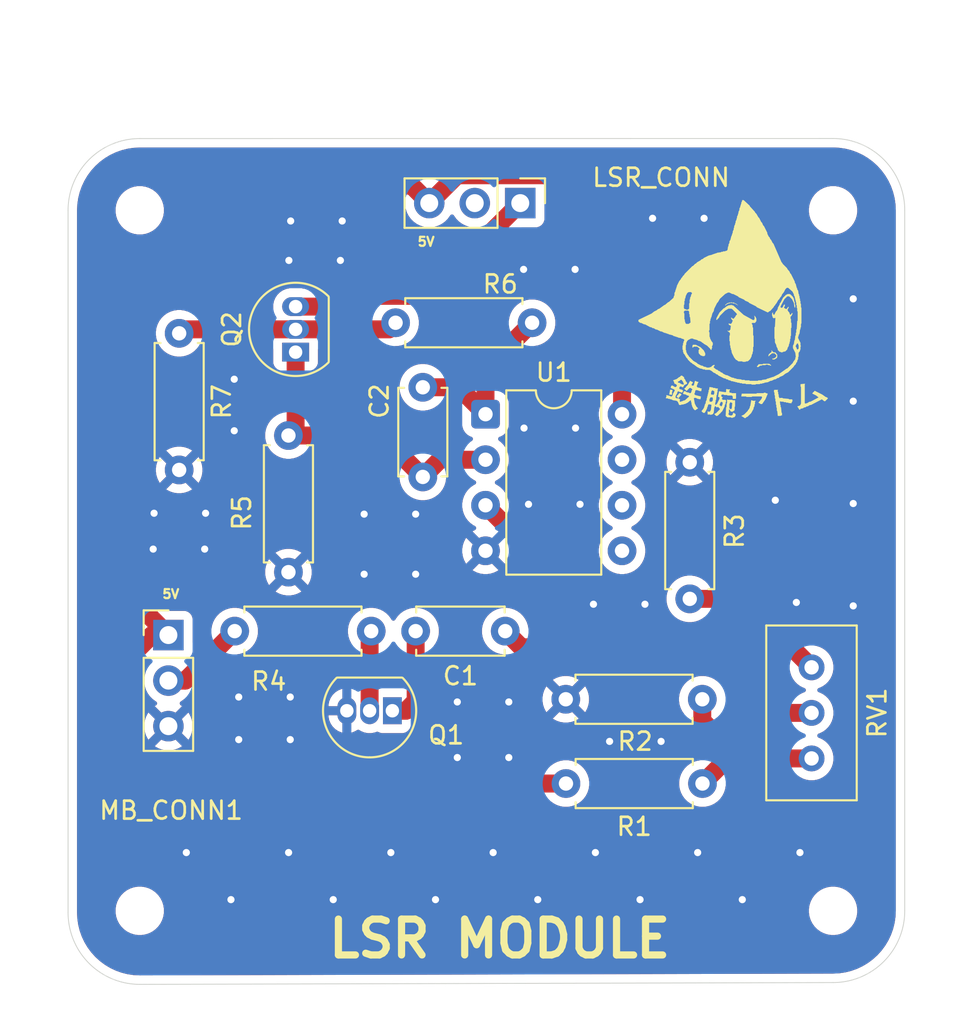
<source format=kicad_pcb>
(kicad_pcb (version 20241229) (generator "pcbnew") (generator_version "9.0")
  (layers (0 "F.Cu" signal) (2 "B.Cu" signal) (13 "F.Paste" user) (15 "B.Paste" user) (5 "F.SilkS" user "F.Silkscreen") (7 "B.SilkS" user "B.Silkscreen") (1 "F.Mask" user) (3 "B.Mask" user) (25 "Edge.Cuts" user))
  (net 0 "")
  (net 1 "/V_ref")
  (net 2 "Net-(Q1-C)")
  (net 3 "Net-(Q2-S)")
  (net 4 "Net-(C2-Pad2)")
  (net 5 "Net-(LSR_CONN1-Pin_1)")
  (net 6 "/5V_SUPPLY")
  (net 8 "GND")
  (net 9 "/3.3V_SUPPLY")
  (net 10 "Net-(Q1-B)")
  (net 11 "Net-(Q2-G)")
  (net 12 "Net-(R1-Pad2)")
  (net 13 "Net-(R3-Pad1)")
  (footprint "Connector_PinHeader_2.54mm:PinHeader_1x03_P2.54mm_Vertical" (layer "F.Cu") (at 181.6 82.32)
    (property "Reference" "MB_CONN1" (at 0.15 9.78 0) (layer "F.SilkS"))
    (property "Value" "Conn_01x03_Pin")
    (pad "1" thru_hole rect (at 0 0) (size 1.7 1.7) (drill 1) (layers "*.Cu" "*.Mask") (net 6 "/5V_SUPPLY"))
    (pad "2" thru_hole circle (at 0 2.54) (size 1.7 1.7) (drill 1) (layers "*.Cu" "*.Mask") (net 9 "/3.3V_SUPPLY"))
    (pad "3" thru_hole circle (at 0 5.08) (size 1.7 1.7) (drill 1) (layers "*.Cu" "*.Mask") (net 8 "GND"))
  )
  (footprint "Resistor_THT:R_Axial_DIN0207_L6.3mm_D2.5mm_P7.62mm_Horizontal" (layer "F.Cu") (at 194.28 64.9)
    (property "Reference" "R6" (at 5.845 -2.15 0) (layer "F.SilkS"))
    (property "Value" "100")
    (pad "1" thru_hole circle (at 0 0) (size 1.6 1.6) (drill 0.8) (layers "*.Cu" "*.Mask") (net 11 "Net-(Q2-G)"))
    (pad "2" thru_hole circle (at 7.62 0) (size 1.6 1.6) (drill 0.8) (layers "*.Cu" "*.Mask") (net 4 "Net-(C2-Pad2)"))
  )
  (footprint "Package_TO_SOT_THT:TO-92_Inline" (layer "F.Cu") (at 194.1 86.54 180)
    (property "Reference" "Q1" (at -3 -1.36 0) (layer "F.SilkS"))
    (property "Value" "BC548")
    (pad "1" thru_hole rect (at 0 0 180) (size 1.05 1.5) (drill 0.75) (layers "*.Cu" "*.Mask") (net 2 "Net-(Q1-C)"))
    (pad "2" thru_hole oval (at 1.27 0 180) (size 1.05 1.5) (drill 0.75) (layers "*.Cu" "*.Mask") (net 10 "Net-(Q1-B)"))
    (pad "3" thru_hole oval (at 2.54 0 180) (size 1.05 1.5) (drill 0.75) (layers "*.Cu" "*.Mask") (net 8 "GND"))
  )
  (footprint "Potentiometer_THT:Potentiometer_Bourns_3296W_Vertical" (layer "F.Cu") (at 217.5 89.2 -90)
    (property "Reference" "RV1" (at -2.54 -3.66 90) (layer "F.SilkS"))
    (property "Value" "R_Potentiometer")
    (pad "1" thru_hole circle (at 0 0 270) (size 1.44 1.44) (drill 0.8) (layers "*.Cu" "*.Mask") (net 12 "Net-(R1-Pad2)"))
    (pad "2" thru_hole circle (at -2.54 0 270) (size 1.44 1.44) (drill 0.8) (layers "*.Cu" "*.Mask") (net 1 "/V_ref"))
    (pad "3" thru_hole circle (at -5.08 0 270) (size 1.44 1.44) (drill 0.8) (layers "*.Cu" "*.Mask") (net 13 "Net-(R3-Pad1)"))
  )
  (footprint "MountingHole:MountingHole_2.2mm_M2" (layer "F.Cu") (at 218.7 58.628427)
    (property "Reference" "H1" (hide yes))
    (property "Value" "MountingHole")
    (pad "" np_thru_hole circle (at 0 0) (size 2.2 2.2) (drill 2.2) (layers "*.Cu" "*.Mask"))
  )
  (footprint "Resistor_THT:R_Axial_DIN0207_L6.3mm_D2.5mm_P7.62mm_Horizontal" (layer "F.Cu") (at 185.3 82.1)
    (property "Reference" "R4" (at 1.9 2.8 0) (layer "F.SilkS"))
    (property "Value" "1k")
    (pad "1" thru_hole circle (at 0 0) (size 1.6 1.6) (drill 0.8) (layers "*.Cu" "*.Mask") (net 9 "/3.3V_SUPPLY"))
    (pad "2" thru_hole circle (at 7.62 0) (size 1.6 1.6) (drill 0.8) (layers "*.Cu" "*.Mask") (net 10 "Net-(Q1-B)"))
  )
  (footprint "Capacitor_THT:C_Disc_D4.7mm_W2.5mm_P5.00mm" (layer "F.Cu") (at 200.4 82.1 180)
    (property "Reference" "C1" (at 2.5 -2.5 0) (layer "F.SilkS"))
    (property "Value" "100n")
    (pad "1" thru_hole circle (at 0 0 180) (size 1.6 1.6) (drill 0.8) (layers "*.Cu" "*.Mask") (net 1 "/V_ref"))
    (pad "2" thru_hole circle (at 5 0 180) (size 1.6 1.6) (drill 0.8) (layers "*.Cu" "*.Mask") (net 2 "Net-(Q1-C)"))
  )
  (footprint "Package_TO_SOT_THT:TO-92_Inline" (layer "F.Cu") (at 188.7 66.54 90)
    (property "Reference" "Q2" (at 1.27 -3.56 90) (layer "F.SilkS"))
    (property "Value" "2N7000")
    (pad "1" thru_hole rect (at 0 0 90) (size 1.05 1.5) (drill 0.75) (layers "*.Cu" "*.Mask") (net 3 "Net-(Q2-S)"))
    (pad "2" thru_hole oval (at 1.27 0 90) (size 1.05 1.5) (drill 0.75) (layers "*.Cu" "*.Mask") (net 11 "Net-(Q2-G)"))
    (pad "3" thru_hole oval (at 2.54 0 90) (size 1.05 1.5) (drill 0.75) (layers "*.Cu" "*.Mask") (net 5 "Net-(LSR_CONN1-Pin_1)"))
  )
  (footprint "Resistor_THT:R_Axial_DIN0207_L6.3mm_D2.5mm_P7.62mm_Horizontal" (layer "F.Cu") (at 188.3 78.81 90)
    (property "Reference" "R5" (at 3.31 -2.6 90) (layer "F.SilkS"))
    (property "Value" "16")
    (pad "1" thru_hole circle (at 0 0 90) (size 1.6 1.6) (drill 0.8) (layers "*.Cu" "*.Mask") (net 8 "GND"))
    (pad "2" thru_hole circle (at 7.62 0 90) (size 1.6 1.6) (drill 0.8) (layers "*.Cu" "*.Mask") (net 3 "Net-(Q2-S)"))
  )
  (footprint "Resistor_THT:R_Axial_DIN0207_L6.3mm_D2.5mm_P7.62mm_Horizontal" (layer "F.Cu") (at 210.7 80.3 90)
    (property "Reference" "R3" (at 3.775 2.5 90) (layer "F.SilkS"))
    (property "Value" "39k")
    (pad "1" thru_hole circle (at 0 0 90) (size 1.6 1.6) (drill 0.8) (layers "*.Cu" "*.Mask") (net 13 "Net-(R3-Pad1)"))
    (pad "2" thru_hole circle (at 7.62 0 90) (size 1.6 1.6) (drill 0.8) (layers "*.Cu" "*.Mask") (net 8 "GND"))
  )
  (footprint "Package_DIP:DIP-8_W7.62mm" (layer "F.Cu") (at 199.3 70)
    (property "Reference" "U1" (at 3.81 -2.33 0) (layer "F.SilkS"))
    (property "Value" "LM358")
    (pad "1" thru_hole roundrect (at 0 0) (size 1.6 1.6) (drill 0.8) (layers "*.Cu" "*.Mask") (roundrect_rratio 0.15625) (net 4 "Net-(C2-Pad2)"))
    (pad "2" thru_hole circle (at 0 2.54) (size 1.6 1.6) (drill 0.8) (layers "*.Cu" "*.Mask") (net 3 "Net-(Q2-S)"))
    (pad "3" thru_hole circle (at 0 5.08) (size 1.6 1.6) (drill 0.8) (layers "*.Cu" "*.Mask") (net 1 "/V_ref"))
    (pad "4" thru_hole circle (at 0 7.62) (size 1.6 1.6) (drill 0.8) (layers "*.Cu" "*.Mask") (net 8 "GND"))
    (pad "5" thru_hole circle (at 7.62 7.62) (size 1.6 1.6) (drill 0.8) (layers "*.Cu" "*.Mask"))
    (pad "6" thru_hole circle (at 7.62 5.08) (size 1.6 1.6) (drill 0.8) (layers "*.Cu" "*.Mask"))
    (pad "7" thru_hole circle (at 7.62 2.54) (size 1.6 1.6) (drill 0.8) (layers "*.Cu" "*.Mask"))
    (pad "8" thru_hole circle (at 7.62 0) (size 1.6 1.6) (drill 0.8) (layers "*.Cu" "*.Mask") (net 6 "/5V_SUPPLY"))
  )
  (footprint "Resistor_THT:R_Axial_DIN0207_L6.3mm_D2.5mm_P7.62mm_Horizontal" (layer "F.Cu") (at 203.79 90.6)
    (property "Reference" "R1" (at 3.81 2.4 0) (layer "F.SilkS"))
    (property "Value" "68k")
    (pad "1" thru_hole circle (at 0 0) (size 1.6 1.6) (drill 0.8) (layers "*.Cu" "*.Mask") (net 6 "/5V_SUPPLY"))
    (pad "2" thru_hole circle (at 7.62 0) (size 1.6 1.6) (drill 0.8) (layers "*.Cu" "*.Mask") (net 12 "Net-(R1-Pad2)"))
  )
  (footprint "Resistor_THT:R_Axial_DIN0207_L6.3mm_D2.5mm_P7.62mm_Horizontal" (layer "F.Cu") (at 211.4 85.9 180)
    (property "Reference" "R2" (at 3.75 -2.35 0) (layer "F.SilkS"))
    (property "Value" "3k3")
    (pad "1" thru_hole circle (at 0 0 180) (size 1.6 1.6) (drill 0.8) (layers "*.Cu" "*.Mask") (net 12 "Net-(R1-Pad2)"))
    (pad "2" thru_hole circle (at 7.62 0 180) (size 1.6 1.6) (drill 0.8) (layers "*.Cu" "*.Mask") (net 8 "GND"))
  )
  (footprint "Resistor_THT:R_Axial_DIN0207_L6.3mm_D2.5mm_P7.62mm_Horizontal" (layer "F.Cu") (at 182.2 65.49 -90)
    (property "Reference" "R7" (at 3.81 -2.37 90) (layer "F.SilkS"))
    (property "Value" "100k")
    (pad "1" thru_hole circle (at 0 0 270) (size 1.6 1.6) (drill 0.8) (layers "*.Cu" "*.Mask") (net 11 "Net-(Q2-G)"))
    (pad "2" thru_hole circle (at 7.62 0 270) (size 1.6 1.6) (drill 0.8) (layers "*.Cu" "*.Mask") (net 8 "GND"))
  )
  (footprint "Capacitor_THT:C_Disc_D4.7mm_W2.5mm_P5.00mm" (layer "F.Cu") (at 195.8 73.5 90)
    (property "Reference" "C2" (at 4.225 -2.425 90) (layer "F.SilkS"))
    (property "Value" "82p")
    (pad "1" thru_hole circle (at 0 0 90) (size 1.6 1.6) (drill 0.8) (layers "*.Cu" "*.Mask") (net 3 "Net-(Q2-S)"))
    (pad "2" thru_hole circle (at 5 0 90) (size 1.6 1.6) (drill 0.8) (layers "*.Cu" "*.Mask") (net 4 "Net-(C2-Pad2)"))
  )
  (footprint "MountingHole:MountingHole_2.2mm_M2" (layer "F.Cu") (at 218.7 97.7)
    (property "Reference" "H2" (hide yes))
    (property "Value" "MountingHole")
    (pad "" np_thru_hole circle (at 0 0) (size 2.2 2.2) (drill 2.2) (layers "*.Cu" "*.Mask"))
  )
  (footprint "Connector_PinHeader_2.54mm:PinHeader_1x03_P2.54mm_Vertical" (layer "F.Cu") (at 201.24 58.228427 -90)
    (property "Reference" "LSR_CONN" (at -1.428427 -7.86 180) (layer "F.SilkS"))
    (property "Value" "Conn_01x03_Pin")
    (pad "1" thru_hole rect (at 0 0 270) (size 1.7 1.7) (drill 1) (layers "*.Cu" "*.Mask") (net 5 "Net-(LSR_CONN1-Pin_1)"))
    (pad "2" thru_hole circle (at 0 2.54 270) (size 1.7 1.7) (drill 1) (layers "*.Cu" "*.Mask"))
    (pad "3" thru_hole circle (at 0 5.08 270) (size 1.7 1.7) (drill 1) (layers "*.Cu" "*.Mask") (net 6 "/5V_SUPPLY"))
  )
  (footprint "MountingHole:MountingHole_2.2mm_M2" (layer "F.Cu") (at 180 97.7)
    (property "Reference" "H3" (hide yes))
    (property "Value" "MountingHole")
    (pad "" np_thru_hole circle (at 0 0) (size 2.2 2.2) (drill 2.2) (layers "*.Cu" "*.Mask"))
  )
  (footprint "MountingHole:MountingHole_2.2mm_M2" (layer "F.Cu") (at 180 58.628427)
    (property "Reference" "H4" (hide yes))
    (property "Value" "MountingHole")
    (pad "" np_thru_hole circle (at 0 0) (size 2.2 2.2) (drill 2.2) (layers "*.Cu" "*.Mask"))
  )
  (gr_poly (pts (xy 217.120624 68.324374) (xy 217.120624 69.382708) (xy 217.147083 69.409167) (xy 217.252916 69.382708) (xy 217.385208 69.303333) (xy 217.438125 69.303333) (xy 217.887916 69.065208) (xy 217.755624 68.959375) (xy 217.543958 68.853542) (xy 217.543958 68.827083) (xy 217.676249 68.694791) (xy 218.099583 68.906458) (xy 218.284791 69.038749) (xy 218.364166 69.065208) (xy 218.417082 69.118125) (xy 218.258333 69.276875) (xy 218.205417 69.276875) (xy 218.073124 69.171041) (xy 217.464583 69.488541) (xy 217.411666 69.488541) (xy 217.279374 69.567916) (xy 217.226458 69.567916) (xy 217.147083 69.620834) (xy 217.094166 69.620834) (xy 217.014791 69.67375) (xy 216.882499 69.700208) (xy 216.856041 69.753124) (xy 216.829583 69.753124) (xy 216.776666 69.700208) (xy 216.776666 69.67375) (xy 216.697291 69.567916) (xy 216.856041 69.515) (xy 216.908957 69.409167) (xy 216.908957 68.483125) (xy 216.882499 68.456667) (xy 216.882499 68.324374) (xy 217.147083 68.297916)) (fill yes) (layer "F.SilkS"))
  (gr_poly (pts (xy 215.6125 68.668333) (xy 215.6125 68.747708) (xy 215.638958 68.774166) (xy 215.638958 68.88) (xy 215.665416 68.906458) (xy 215.665416 69.012292) (xy 215.718333 69.118125) (xy 215.744791 69.091666) (xy 215.877083 69.091666) (xy 215.903541 69.118125) (xy 216.221041 69.144582) (xy 216.2475 69.171041) (xy 216.40625 69.171041) (xy 216.432708 69.1975) (xy 216.432708 69.276875) (xy 216.353333 69.409167) (xy 216.326874 69.382708) (xy 216.221041 69.382708) (xy 216.194583 69.356249) (xy 216.088749 69.356249) (xy 216.062291 69.329792) (xy 215.956458 69.329792) (xy 215.929999 69.303333) (xy 215.797708 69.303333) (xy 215.771249 69.276875) (xy 215.718333 69.329792) (xy 215.744791 69.356249) (xy 215.744791 69.462083) (xy 215.771249 69.488541) (xy 215.771249 69.594375) (xy 215.797708 69.620834) (xy 215.824166 69.911875) (xy 215.850625 69.938332) (xy 215.850625 70.070625) (xy 215.797708 70.070625) (xy 215.771249 70.097083) (xy 215.6125 70.097083) (xy 215.586041 69.832499) (xy 215.559583 69.806042) (xy 215.559583 69.647291) (xy 215.533124 69.620834) (xy 215.533124 69.488541) (xy 215.506666 69.462083) (xy 215.506666 69.303333) (xy 215.480208 69.276875) (xy 215.480208 69.144582) (xy 215.45375 69.118125) (xy 215.45375 68.959375) (xy 215.427291 68.932916) (xy 215.427291 68.800625) (xy 215.400833 68.774166) (xy 215.400833 68.668333) (xy 215.427291 68.641875) (xy 215.6125 68.641875) (xy 215.638958 68.615417)) (fill yes) (layer "F.SilkS"))
  (gr_poly (pts (xy 214.210208 69.250416) (xy 214.395416 69.250416) (xy 214.342499 69.303333) (xy 214.342499 69.435624) (xy 214.316041 69.462083) (xy 214.316041 69.541457) (xy 214.263125 69.647291) (xy 214.263125 69.700208) (xy 214.130833 69.938332) (xy 213.919166 70.149999) (xy 213.892708 70.149999) (xy 213.786875 70.229374) (xy 213.575208 70.097083) (xy 213.733958 70.017709) (xy 213.945624 69.806042) (xy 213.945624 69.779583) (xy 213.998541 69.726667) (xy 214.051458 69.620834) (xy 214.051458 69.567916) (xy 214.077916 69.541457) (xy 214.130833 69.223959) (xy 214.18375 69.223959)) (fill yes) (layer "F.SilkS"))
  (gr_poly (pts (xy 215.294999 66.472292) (xy 215.347916 66.525208) (xy 215.400833 66.551666) (xy 215.480208 66.551666) (xy 215.586041 66.683958) (xy 215.586041 66.81625) (xy 215.559583 66.869167) (xy 215.427291 66.948541) (xy 215.321458 66.948541) (xy 215.294999 66.895625) (xy 215.374374 66.895625) (xy 215.480208 66.842708) (xy 215.533124 66.763333) (xy 215.533124 66.710416) (xy 215.427291 66.604583) (xy 215.294999 66.604583) (xy 215.136249 66.736875) (xy 215.136249 66.763333) (xy 215.083333 66.763333) (xy 215.109791 66.6575) (xy 215.268541 66.525208) (xy 215.268541 66.472292) (xy 215.242083 66.445833) (xy 215.294999 66.445833)) (fill yes) (layer "F.SilkS"))
  (gr_poly (pts (xy 216.326874 63.32375) (xy 216.459166 63.456042) (xy 216.512082 63.561875) (xy 216.538541 63.720625) (xy 216.564999 63.747083) (xy 216.564999 63.879375) (xy 216.591458 63.905833) (xy 216.591458 64.038125) (xy 216.564999 64.064584) (xy 216.538541 64.011667) (xy 216.512082 63.8) (xy 216.40625 63.588333) (xy 216.2475 63.429583) (xy 216.141666 63.429583) (xy 215.982916 63.588333) (xy 215.771249 63.985208) (xy 215.771249 64.038125) (xy 215.797708 64.064584) (xy 215.850625 64.064584) (xy 215.903541 64.011667) (xy 215.929999 63.932291) (xy 215.982916 63.879375) (xy 216.009375 63.879375) (xy 216.009375 63.95875) (xy 215.956458 64.064584) (xy 216.088749 64.143958) (xy 216.194583 64.011667) (xy 216.221041 64.011667) (xy 216.221041 64.064584) (xy 216.168124 64.143958) (xy 216.168124 64.223333) (xy 216.273958 64.355625) (xy 216.273958 64.408542) (xy 216.326874 64.461459) (xy 216.40625 64.355625) (xy 216.432708 64.355625) (xy 216.432708 64.408542) (xy 216.379791 64.514375) (xy 216.326874 64.567291) (xy 216.326874 64.673125) (xy 216.353333 64.699583) (xy 216.353333 64.884792) (xy 216.379791 64.91125) (xy 216.379791 65.175833) (xy 216.353333 65.202292) (xy 216.353333 65.625625) (xy 216.326874 65.652083) (xy 216.326874 65.784375) (xy 216.300416 65.810833) (xy 216.300416 65.943125) (xy 216.273958 65.969583) (xy 216.273958 66.048958) (xy 216.2475 66.075417) (xy 216.221041 66.207708) (xy 216.168124 66.287083) (xy 216.141666 66.392916) (xy 216.035833 66.49875) (xy 215.903541 66.525208) (xy 215.877083 66.551666) (xy 215.797708 66.551666) (xy 215.771249 66.525208) (xy 215.718333 66.525208) (xy 215.6125 66.419375) (xy 215.6125 66.366458) (xy 215.533124 66.207708) (xy 215.533124 66.154791) (xy 215.45375 65.996042) (xy 215.45375 65.810833) (xy 215.427291 65.784375) (xy 215.427291 65.149375) (xy 215.45375 65.122916) (xy 215.480208 64.646667) (xy 215.45375 64.620208) (xy 215.427291 64.646667) (xy 215.374374 64.646667) (xy 215.321458 64.59375) (xy 215.321458 64.540833) (xy 215.294999 64.514375) (xy 215.294999 64.382083) (xy 215.321458 64.329166) (xy 215.347916 64.329166) (xy 215.347916 64.408542) (xy 215.400833 64.461459) (xy 215.427291 64.435) (xy 215.506666 64.27625) (xy 215.559583 64.223333) (xy 215.6125 64.1175) (xy 215.6125 64.064584) (xy 215.718333 63.879375) (xy 215.718333 63.826458) (xy 215.771249 63.773541) (xy 215.903541 63.508958) (xy 216.062291 63.350208) (xy 216.168124 63.297292) (xy 216.273958 63.297292)) (fill yes) (layer "F.SilkS"))
  (gr_poly (pts (xy 211.987708 68.509583) (xy 212.014166 68.536041) (xy 212.119999 68.536041) (xy 212.146458 68.5625) (xy 212.252292 68.5625) (xy 212.27875 68.588958) (xy 212.252292 68.641875) (xy 212.252292 68.774166) (xy 212.225833 68.800625) (xy 212.225833 68.906458) (xy 212.199375 68.932916) (xy 212.172916 69.1975) (xy 212.146458 69.223959) (xy 212.146458 69.329792) (xy 212.119999 69.356249) (xy 212.119999 69.462083) (xy 212.146458 69.488541) (xy 212.358125 69.488541) (xy 212.463958 69.567916) (xy 212.516874 69.488541) (xy 212.543333 69.356249) (xy 212.463958 69.303333) (xy 212.411041 69.356249) (xy 212.358125 69.488541) (xy 212.146458 69.488541) (xy 212.225833 69.409167) (xy 212.358125 69.144582) (xy 212.358125 69.065208) (xy 212.331666 69.038749) (xy 212.27875 69.038749) (xy 212.331666 68.721249) (xy 212.702083 68.774166) (xy 212.728541 68.747708) (xy 212.728541 68.615417) (xy 212.781458 68.588958) (xy 212.807916 68.615417) (xy 212.940208 68.615417) (xy 212.966666 68.641875) (xy 212.913749 68.668333) (xy 212.913749 68.774166) (xy 212.940208 68.800625) (xy 213.019583 68.800625) (xy 213.046042 68.827083) (xy 213.284166 68.827083) (xy 213.284166 69.118125) (xy 213.257708 69.144582) (xy 213.098958 69.144582) (xy 213.098958 69.012292) (xy 213.046042 68.959375) (xy 212.807916 68.959375) (xy 212.781458 68.932916) (xy 212.622708 68.932916) (xy 212.59625 68.906458) (xy 212.490416 68.906458) (xy 212.463958 68.932916) (xy 212.463958 69.012292) (xy 212.543333 69.065208) (xy 212.490416 69.144582) (xy 212.543333 69.1975) (xy 212.675625 69.1975) (xy 212.728541 69.223959) (xy 212.728541 69.303333) (xy 212.702083 69.329792) (xy 212.702083 69.409167) (xy 212.649167 69.515) (xy 212.649167 69.567916) (xy 212.516874 69.832499) (xy 212.411041 69.938332) (xy 212.411041 69.964791) (xy 212.384583 69.964791) (xy 212.27875 70.070625) (xy 212.225833 70.097083) (xy 212.172916 70.097083) (xy 212.067083 69.99125) (xy 212.172916 69.938332) (xy 212.384583 69.726667) (xy 212.384583 69.700208) (xy 212.27875 69.594375) (xy 212.199375 69.620834) (xy 212.119999 69.541457) (xy 212.067083 69.647291) (xy 212.040625 69.911875) (xy 212.014166 69.964791) (xy 211.96125 70.017709) (xy 211.908333 70.017709) (xy 211.881875 70.044166) (xy 211.828958 70.017709) (xy 211.696666 70.017709) (xy 211.696666 69.885416) (xy 211.670208 69.832499) (xy 211.723124 69.858958) (xy 211.828958 69.858958) (xy 211.881875 69.753124) (xy 211.908333 69.488541) (xy 211.881875 69.462083) (xy 211.8025 69.462083) (xy 211.776041 69.435624) (xy 211.723124 69.488541) (xy 211.696666 69.594375) (xy 211.670208 69.620834) (xy 211.670208 69.67375) (xy 211.564375 69.885416) (xy 211.511458 69.938332) (xy 211.432083 69.911875) (xy 211.352708 69.832499) (xy 211.458541 69.700208) (xy 211.511458 69.594375) (xy 211.511458 69.541457) (xy 211.537916 69.515) (xy 211.537916 69.462083) (xy 211.590833 69.382708) (xy 211.590833 69.303333) (xy 211.64375 69.1975) (xy 211.64375 69.171041) (xy 211.8025 69.171041) (xy 211.8025 69.276875) (xy 211.828958 69.303333) (xy 211.934791 69.303333) (xy 211.987708 69.223959) (xy 211.987708 69.091666) (xy 211.96125 69.065208) (xy 211.855417 69.065208) (xy 211.8025 69.171041) (xy 211.64375 69.171041) (xy 211.64375 69.118125) (xy 211.670208 69.091666) (xy 211.670208 69.012292) (xy 211.696666 68.985833) (xy 211.696666 68.906458) (xy 211.723124 68.88) (xy 211.881875 68.88) (xy 211.908333 68.906458) (xy 211.987708 68.906458) (xy 212.014166 68.932916) (xy 212.067083 68.853542) (xy 212.067083 68.721249) (xy 211.96125 68.668333) (xy 211.908333 68.721249) (xy 211.881875 68.88) (xy 211.723124 68.88) (xy 211.723124 68.800625) (xy 211.749583 68.774166) (xy 211.749583 68.668333) (xy 211.776041 68.641875) (xy 211.8025 68.483125)) (fill yes) (layer "F.SilkS"))
  (gr_poly (pts (xy 213.0725 63.932291) (xy 213.125416 63.932291) (xy 213.707499 64.461459) (xy 214.236667 64.7525) (xy 214.263125 64.7525) (xy 214.316041 64.699583) (xy 214.316041 64.567291) (xy 214.289583 64.514375) (xy 214.316041 64.514375) (xy 214.368958 64.567291) (xy 214.421875 64.673125) (xy 214.421875 64.805417) (xy 214.342499 64.91125) (xy 214.18375 64.91125) (xy 214.157291 64.937708) (xy 214.210208 65.043542) (xy 214.210208 65.149375) (xy 214.236667 65.175833) (xy 214.236667 65.599167) (xy 214.263125 65.625625) (xy 214.263125 66.234167) (xy 214.236667 66.260625) (xy 214.236667 66.49875) (xy 214.210208 66.525208) (xy 214.210208 66.604583) (xy 214.157291 66.710416) (xy 214.157291 66.763333) (xy 214.077916 66.922083) (xy 213.972083 67.027917) (xy 213.919166 67.054375) (xy 213.839792 67.054375) (xy 213.813333 67.080833) (xy 213.654583 67.080833) (xy 213.628125 67.054375) (xy 213.416458 67.054375) (xy 213.310624 66.975) (xy 213.284166 66.975) (xy 213.178333 66.842708) (xy 213.046042 66.578125) (xy 213.019583 66.419375) (xy 212.993125 66.392916) (xy 212.993125 66.313541) (xy 212.966666 66.287083) (xy 212.966666 66.18125) (xy 212.940208 66.154791) (xy 212.940208 65.943125) (xy 212.913749 65.916666) (xy 212.913749 65.625625) (xy 212.940208 65.599167) (xy 212.940208 65.466875) (xy 212.807916 65.361041) (xy 212.807916 65.334583) (xy 212.887291 65.361041) (xy 212.966666 65.281667) (xy 212.993125 65.07) (xy 212.887291 65.017083) (xy 212.860833 64.937708) (xy 212.993125 64.964166) (xy 213.046042 64.91125) (xy 213.098958 64.778958) (xy 213.046042 64.726041) (xy 212.993125 64.620208) (xy 213.046042 64.620208) (xy 213.098958 64.673125) (xy 213.151874 64.673125) (xy 213.257708 64.540833) (xy 213.257708 64.514375) (xy 213.337083 64.435) (xy 213.310624 64.382083) (xy 213.0725 64.143958) (xy 213.019583 64.1175) (xy 212.860833 64.1175) (xy 212.675625 64.223333) (xy 212.384583 64.514375) (xy 212.331666 64.620208) (xy 212.225833 64.726041) (xy 212.225833 64.7525) (xy 212.172916 64.726041) (xy 212.199375 64.620208) (xy 212.358125 64.329166) (xy 212.59625 64.091042) (xy 212.622708 64.091042) (xy 212.754999 63.985208) (xy 212.860833 63.932291) (xy 213.046042 63.905833)) (fill yes) (layer "F.SilkS"))
  (gr_poly (pts (xy 214.051458 58.376042) (xy 214.051458 58.4025) (xy 214.342499 58.72) (xy 214.342499 58.746459) (xy 214.421875 58.825833) (xy 214.527708 59.011042) (xy 214.580625 59.063959) (xy 214.686458 59.275625) (xy 214.739374 59.328542) (xy 214.792291 59.460833) (xy 214.845208 59.51375) (xy 215.030416 59.884167) (xy 215.030416 59.937083) (xy 215.109791 60.095834) (xy 215.162708 60.14875) (xy 215.189166 60.228125) (xy 215.242083 60.281042) (xy 215.321458 60.439792) (xy 215.374374 60.492709) (xy 215.824166 61.524583) (xy 215.877083 61.5775) (xy 215.877083 61.603958) (xy 216.141666 61.868542) (xy 216.141666 61.895) (xy 216.273958 62.05375) (xy 216.300416 62.133125) (xy 216.353333 62.186042) (xy 216.564999 62.609375) (xy 216.564999 62.662292) (xy 216.617916 62.741666) (xy 216.670833 62.953333) (xy 216.697291 62.979792) (xy 216.697291 63.032708) (xy 216.750208 63.112083) (xy 216.776666 63.297292) (xy 216.803125 63.32375) (xy 216.803125 63.403125) (xy 216.829583 63.429583) (xy 216.829583 63.535416) (xy 216.856041 63.561875) (xy 216.856041 63.667709) (xy 216.882499 63.694167) (xy 216.882499 63.826458) (xy 216.908957 63.852917) (xy 216.908957 64.038125) (xy 216.935416 64.064584) (xy 216.935416 64.937708) (xy 216.908957 64.964166) (xy 216.908957 65.149375) (xy 216.882499 65.175833) (xy 216.882499 65.255209) (xy 216.856041 65.281667) (xy 216.829583 65.493333) (xy 216.776666 65.599167) (xy 216.776666 65.652083) (xy 216.750208 65.678542) (xy 216.750208 65.757916) (xy 216.882499 66.0225) (xy 216.882499 66.154791) (xy 216.908957 66.207708) (xy 216.882499 66.234167) (xy 216.882499 66.392916) (xy 216.856041 66.419375) (xy 216.856041 66.472292) (xy 216.776666 66.578125) (xy 216.776666 66.789791) (xy 216.750208 66.81625) (xy 216.750208 66.922083) (xy 216.697291 67.027917) (xy 216.697291 67.080833) (xy 216.644375 67.13375) (xy 216.617916 67.213125) (xy 216.512082 67.318958) (xy 216.512082 67.345416) (xy 216.194583 67.662917) (xy 216.035833 67.742291) (xy 215.903541 67.848125) (xy 215.718333 67.927499) (xy 215.665416 67.980416) (xy 215.6125 67.980416) (xy 215.480208 68.059792) (xy 215.427291 68.059792) (xy 215.268541 68.139166) (xy 215.215625 68.139166) (xy 215.056875 68.218542) (xy 214.871666 68.245) (xy 214.845208 68.271458) (xy 214.765833 68.271458) (xy 214.739374 68.297916) (xy 214.633541 68.297916) (xy 214.607083 68.324374) (xy 214.395416 68.324374) (xy 214.368958 68.350833) (xy 214.157291 68.350833) (xy 214.130833 68.324374) (xy 213.839792 68.324374) (xy 213.813333 68.297916) (xy 213.628125 68.297916) (xy 213.601666 68.271458) (xy 213.495833 68.271458) (xy 213.469375 68.245) (xy 213.363541 68.245) (xy 213.337083 68.218542) (xy 213.257708 68.218542) (xy 213.23125 68.192083) (xy 213.151874 68.192083) (xy 213.125416 68.165625) (xy 213.046042 68.165625) (xy 212.940208 68.112708) (xy 212.887291 68.112708) (xy 212.807916 68.059792) (xy 212.754999 68.059792) (xy 212.675625 68.006875) (xy 212.622708 68.006875) (xy 212.305208 67.848125) (xy 212.252292 67.795208) (xy 212.172916 67.76875) (xy 212.119999 67.715833) (xy 212.040625 67.689375) (xy 211.908333 67.583541) (xy 211.8025 67.530624) (xy 211.564375 67.530624) (xy 211.537916 67.504166) (xy 211.432083 67.504166) (xy 211.405625 67.477708) (xy 211.273333 67.45125) (xy 211.114583 67.371875) (xy 210.902916 67.213125) (xy 210.876458 67.213125) (xy 210.797083 67.13375) (xy 210.770625 67.13375) (xy 210.585416 66.948541) (xy 210.585416 66.922083) (xy 210.506041 66.842708) (xy 210.400208 66.6575) (xy 210.347291 66.604583) (xy 210.347291 66.551666) (xy 210.320833 66.525208) (xy 210.320833 66.419375) (xy 210.294375 66.392916) (xy 210.294375 66.18125) (xy 210.320833 66.154791) (xy 210.479583 66.154791) (xy 210.479583 66.419375) (xy 210.506041 66.445833) (xy 210.506041 66.525208) (xy 210.585416 66.683958) (xy 210.638333 66.736875) (xy 210.638333 66.763333) (xy 210.902916 67.027917) (xy 211.088125 67.13375) (xy 211.141041 67.186666) (xy 211.352708 67.2925) (xy 211.405625 67.2925) (xy 211.485 67.345416) (xy 211.617291 67.371875) (xy 211.64375 67.398333) (xy 211.8025 67.398333) (xy 211.828958 67.371875) (xy 211.881875 67.371875) (xy 211.96125 67.2925) (xy 212.067083 67.239583) (xy 212.093541 67.2925) (xy 212.040625 67.345416) (xy 212.040625 67.398333) (xy 212.172916 67.504166) (xy 212.252292 67.530624) (xy 212.305208 67.583541) (xy 212.384583 67.61) (xy 212.4375 67.662917) (xy 212.516874 67.689375) (xy 212.569791 67.742291) (xy 212.728541 67.821667) (xy 212.781458 67.821667) (xy 213.046042 67.953958) (xy 213.178333 67.980416) (xy 213.204791 68.006875) (xy 213.284166 68.006875) (xy 213.310624 68.033333) (xy 213.575208 68.059792) (xy 213.601666 68.08625) (xy 213.760416 68.08625) (xy 213.786875 68.112708) (xy 214.025 68.112708) (xy 214.051458 68.139166) (xy 214.501249 68.139166) (xy 214.527708 68.112708) (xy 214.712916 68.112708) (xy 214.739374 68.08625) (xy 214.951041 68.059792) (xy 215.056875 68.006875) (xy 215.109791 68.006875) (xy 215.136249 67.980416) (xy 215.189166 67.980416) (xy 215.215625 67.953958) (xy 215.268541 67.953958) (xy 215.294999 67.927499) (xy 215.347916 67.927499) (xy 215.665416 67.76875) (xy 216.115208 67.45125) (xy 216.141666 67.45125) (xy 216.459166 67.13375) (xy 216.459166 67.107291) (xy 216.591458 66.922083) (xy 216.591458 66.842708) (xy 216.617916 66.81625) (xy 216.591458 66.578125) (xy 216.459166 66.313541) (xy 216.459166 66.18125) (xy 216.617916 66.18125) (xy 216.617916 66.234167) (xy 216.670833 66.313541) (xy 216.670833 66.366458) (xy 216.723749 66.392916) (xy 216.776666 66.34) (xy 216.776666 66.154791) (xy 216.750208 66.128333) (xy 216.750208 66.075417) (xy 216.697291 66.048958) (xy 216.617916 66.18125) (xy 216.459166 66.18125) (xy 216.512082 66.075417) (xy 216.538541 65.890208) (xy 216.564999 65.86375) (xy 216.591458 65.625625) (xy 216.617916 65.599167) (xy 216.617916 65.466875) (xy 216.644375 65.440417) (xy 216.644375 65.281667) (xy 216.670833 65.255209) (xy 216.697291 64.805417) (xy 216.723749 64.778958) (xy 216.723749 64.27625) (xy 216.697291 64.249792) (xy 216.697291 64.091042) (xy 216.670833 64.064584) (xy 216.670833 63.932291) (xy 216.644375 63.905833) (xy 216.644375 63.773541) (xy 216.617916 63.747083) (xy 216.617916 63.667709) (xy 216.591458 63.64125) (xy 216.591458 63.561875) (xy 216.564999 63.535416) (xy 216.564999 63.456042) (xy 216.512082 63.376667) (xy 216.512082 63.32375) (xy 216.432708 63.165) (xy 216.194583 62.953333) (xy 216.115208 62.953333) (xy 216.035833 63.032708) (xy 215.956458 63.191458) (xy 215.850625 63.32375) (xy 215.824166 63.403125) (xy 215.718333 63.535416) (xy 215.718333 63.561875) (xy 215.638958 63.64125) (xy 215.533124 63.826458) (xy 215.480208 63.879375) (xy 215.480208 63.905833) (xy 215.400833 63.985208) (xy 215.400833 64.011667) (xy 215.189166 64.249792) (xy 215.162708 64.249792) (xy 215.056875 64.329166) (xy 214.448333 64.038125) (xy 214.395416 63.985208) (xy 214.025 63.8) (xy 213.972083 63.747083) (xy 213.786875 63.667709) (xy 213.733958 63.614792) (xy 213.442917 63.4825) (xy 213.39 63.429583) (xy 213.125416 63.297292) (xy 213.0725 63.297292) (xy 212.913749 63.217917) (xy 212.834375 63.217917) (xy 212.675625 63.297292) (xy 212.384583 63.561875) (xy 212.27875 63.747083) (xy 212.225833 63.8) (xy 212.067083 64.1175) (xy 212.040625 64.249792) (xy 211.96125 64.382083) (xy 211.908333 64.59375) (xy 211.881875 64.620208) (xy 211.881875 64.673125) (xy 211.855417 64.699583) (xy 211.855417 64.778958) (xy 211.828958 64.805417) (xy 211.828958 64.937708) (xy 211.8025 64.964166) (xy 211.8025 65.308125) (xy 211.776041 65.334583) (xy 211.776041 65.413958) (xy 211.8025 65.440417) (xy 211.8025 65.678542) (xy 211.828958 65.705) (xy 211.828958 65.757916) (xy 211.908333 65.916666) (xy 211.987708 66.0225) (xy 211.987708 66.128333) (xy 211.934791 66.234167) (xy 211.96125 66.287083) (xy 211.934791 66.313541) (xy 211.908333 66.419375) (xy 211.855417 66.392916) (xy 211.855417 66.366458) (xy 211.670208 66.18125) (xy 211.485 66.075417) (xy 211.432083 66.0225) (xy 211.405625 66.0225) (xy 211.352708 65.969583) (xy 211.246875 65.916666) (xy 211.193958 65.916666) (xy 211.114583 65.86375) (xy 210.902916 65.810833) (xy 210.876458 65.784375) (xy 210.770625 65.784375) (xy 210.611875 65.86375) (xy 210.558958 65.916666) (xy 210.506041 66.0225) (xy 210.506041 66.128333) (xy 210.479583 66.154791) (xy 210.320833 66.154791) (xy 210.320833 66.048958) (xy 210.347291 66.0225) (xy 210.347291 65.969583) (xy 210.400208 65.86375) (xy 210.347291 65.810833) (xy 210.241458 65.784375) (xy 210.215 65.757916) (xy 210.05625 65.731458) (xy 210.029791 65.705) (xy 209.976875 65.705) (xy 209.950416 65.678542) (xy 209.8975 65.678542) (xy 209.871042 65.652083) (xy 209.818125 65.652083) (xy 209.73875 65.599167) (xy 209.527083 65.54625) (xy 209.500625 65.519791) (xy 209.447708 65.519791) (xy 209.42125 65.493333) (xy 209.368333 65.493333) (xy 209.341875 65.466875) (xy 209.288958 65.466875) (xy 209.130208 65.3875) (xy 209.077292 65.3875) (xy 208.865625 65.281667) (xy 208.812708 65.281667) (xy 208.680417 65.202292) (xy 208.6275 65.202292) (xy 208.548125 65.149375) (xy 208.495208 65.149375) (xy 208.204166 64.990625) (xy 208.15125 64.990625) (xy 207.9925 64.91125) (xy 207.939583 64.91125) (xy 207.83375 64.831875) (xy 207.83375 64.7525) (xy 207.860208 64.726041) (xy 208.574583 64.382083) (xy 208.706875 64.27625) (xy 210.37375 64.27625) (xy 210.37375 64.355625) (xy 210.400208 64.382083) (xy 210.400208 64.699583) (xy 210.426666 64.726041) (xy 210.426666 64.831875) (xy 210.453125 64.858334) (xy 210.453125 64.91125) (xy 210.506041 64.964166) (xy 210.638333 64.964166) (xy 210.744166 64.884792) (xy 210.717708 64.59375) (xy 210.69125 64.567291) (xy 210.69125 64.435) (xy 210.664792 64.408542) (xy 210.664792 64.27625) (xy 210.611875 64.223333) (xy 210.426666 64.223333) (xy 210.37375 64.27625) (xy 208.706875 64.27625) (xy 208.865625 64.196875) (xy 208.918541 64.143958) (xy 208.997916 64.1175) (xy 209.288958 63.905833) (xy 209.315416 63.905833) (xy 210.37375 63.905833) (xy 210.37375 64.091042) (xy 210.426666 64.143958) (xy 210.479583 64.143958) (xy 210.506041 64.170416) (xy 210.585416 64.170416) (xy 210.664792 64.1175) (xy 210.664792 63.826458) (xy 210.69125 63.8) (xy 210.69125 63.614792) (xy 210.717708 63.588333) (xy 210.717708 63.508958) (xy 210.770625 63.403125) (xy 210.770625 63.350208) (xy 210.823541 63.270834) (xy 210.823541 63.244375) (xy 210.770625 63.191458) (xy 210.638333 63.191458) (xy 210.558958 63.244375) (xy 210.479583 63.403125) (xy 210.453125 63.535416) (xy 210.426666 63.561875) (xy 210.426666 63.667709) (xy 210.400208 63.694167) (xy 210.400208 63.879375) (xy 210.37375 63.905833) (xy 209.315416 63.905833) (xy 209.500625 63.747083) (xy 209.527083 63.747083) (xy 209.791666 63.508958) (xy 209.818125 63.403125) (xy 209.844583 63.376667) (xy 209.844583 63.244375) (xy 209.8975 63.138541) (xy 209.8975 63.085625) (xy 209.923958 63.059167) (xy 209.923958 63.00625) (xy 209.950416 62.979792) (xy 209.950416 62.926875) (xy 209.976875 62.900417) (xy 209.976875 62.8475) (xy 210.109166 62.582917) (xy 210.215 62.450625) (xy 210.215 62.424167) (xy 210.294375 62.344792) (xy 210.294375 62.318333) (xy 210.400208 62.2125) (xy 210.400208 62.186042) (xy 210.85 61.73625) (xy 210.876458 61.73625) (xy 211.00875 61.603958) (xy 211.035208 61.603958) (xy 211.114583 61.524583) (xy 211.299791 61.41875) (xy 211.352708 61.365833) (xy 211.432083 61.339375) (xy 211.485 61.286459) (xy 211.749583 61.154167) (xy 211.96125 61.10125) (xy 211.987708 61.074792) (xy 212.040625 61.074792) (xy 212.067083 61.048333) (xy 212.119999 61.048333) (xy 212.146458 61.021875) (xy 212.199375 61.021875) (xy 212.225833 60.995417) (xy 212.4375 60.968958) (xy 212.463958 60.9425) (xy 212.543333 60.9425) (xy 212.569791 60.916042) (xy 212.675625 60.916042) (xy 212.702083 60.889584) (xy 212.754999 60.889584) (xy 212.807916 60.836667) (xy 212.834375 60.651458) (xy 212.860833 60.625) (xy 212.860833 60.545625) (xy 212.913749 60.439792) (xy 212.913749 60.360417) (xy 212.966666 60.281042) (xy 213.019583 60.069375) (xy 213.046042 60.042917) (xy 213.046042 59.99) (xy 213.0725 59.963542) (xy 213.0725 59.910625) (xy 213.098958 59.884167) (xy 213.098958 59.804792) (xy 213.151874 59.698959) (xy 213.151874 59.619583) (xy 213.178333 59.593125) (xy 213.178333 59.51375) (xy 213.23125 59.407917) (xy 213.23125 59.355) (xy 213.257708 59.328542) (xy 213.257708 59.249167) (xy 213.310624 59.143334) (xy 213.310624 59.090417) (xy 213.337083 59.063959) (xy 213.337083 58.984583) (xy 213.39 58.87875) (xy 213.39 58.825833) (xy 213.416458 58.799375) (xy 213.416458 58.72) (xy 213.469375 58.614167) (xy 213.469375 58.534792) (xy 213.522291 58.428958) (xy 213.522291 58.376042) (xy 213.548749 58.349584) (xy 213.548749 58.296667) (xy 213.575208 58.270209) (xy 213.575208 58.190834) (xy 213.601666 58.164375) (xy 213.628125 58.058542) (xy 213.707499 58.058542)) (fill yes) (layer "F.SilkS"))
  (gr_poly (pts (xy 211.299791 66.260625) (xy 211.485 66.445833) (xy 211.564375 66.604583) (xy 211.564375 66.710416) (xy 211.511458 66.763333) (xy 211.405625 66.763333) (xy 211.379166 66.736875) (xy 211.32625 66.736875) (xy 211.220416 66.631042) (xy 211.193958 66.578125) (xy 211.193958 66.419375) (xy 211.246875 66.366458) (xy 211.246875 66.34) (xy 211.114583 66.234167) (xy 210.929375 66.234167) (xy 210.876458 66.287083) (xy 210.85 66.287083) (xy 210.85 66.18125) (xy 210.876458 66.128333) (xy 211.035208 66.128333)) (fill yes) (layer "F.SilkS"))
  (gr_poly (pts (xy 215.242083 67.266042) (xy 215.242083 67.2925) (xy 215.189166 67.2925) (xy 215.162708 67.266042) (xy 215.083333 67.266042) (xy 215.056875 67.239583) (xy 214.951041 67.239583) (xy 214.924583 67.266042) (xy 214.739374 67.266042) (xy 214.712916 67.2925) (xy 214.633541 67.2925) (xy 214.527708 67.371875) (xy 214.474791 67.371875) (xy 214.448333 67.345416) (xy 214.448333 67.318958) (xy 214.501249 67.2925) (xy 214.501249 67.266042) (xy 214.554166 67.213125) (xy 214.765833 67.213125) (xy 214.792291 67.186666) (xy 215.136249 67.186666)) (fill yes) (layer "F.SilkS"))
  (gr_poly (pts (xy 213.046042 63.773541) (xy 213.151874 63.773541) (xy 213.310624 63.852917) (xy 213.363541 63.905833) (xy 213.39 63.905833) (xy 213.39 63.932291) (xy 213.204791 63.826458) (xy 213.125416 63.826458) (xy 213.098958 63.8) (xy 212.940208 63.8) (xy 212.913749 63.826458) (xy 212.860833 63.826458) (xy 212.754999 63.879375) (xy 212.702083 63.932291) (xy 212.675625 63.932291) (xy 212.675625 63.905833) (xy 212.807916 63.8) (xy 212.860833 63.8) (xy 212.887291 63.773541) (xy 212.993125 63.773541) (xy 213.019583 63.747083)) (fill yes) (layer "F.SilkS"))
  (gr_poly (pts (xy 214.951041 68.827083) (xy 215.056875 68.853542) (xy 214.924583 69.171041) (xy 214.739374 69.435624) (xy 214.66 69.435624) (xy 214.527708 69.356249) (xy 214.686458 69.171041) (xy 214.739374 69.065208) (xy 214.712916 69.012292) (xy 214.18375 69.012292) (xy 214.157291 69.038749) (xy 213.86625 69.038749) (xy 213.839792 69.012292) (xy 213.575208 69.012292) (xy 213.601666 68.853542) (xy 214.421875 68.853542) (xy 214.448333 68.827083) (xy 214.81875 68.827083) (xy 214.845208 68.800625) (xy 214.924583 68.800625)) (fill yes) (layer "F.SilkS"))
  (gr_poly (pts (xy 210.400208 67.953958) (xy 210.37375 67.980416) (xy 210.453125 68.08625) (xy 210.479583 68.165625) (xy 210.5325 68.218542) (xy 210.558958 68.297916) (xy 210.400208 68.377291) (xy 210.320833 68.509583) (xy 210.215 68.456667) (xy 210.162083 68.456667) (xy 210.135625 68.483125) (xy 210.109166 68.5625) (xy 210.162083 68.615417) (xy 210.215 68.615417) (xy 210.320833 68.668333) (xy 210.320833 68.721249) (xy 210.267917 68.800625) (xy 210.241458 68.800625) (xy 210.215 68.774166) (xy 210.162083 68.774166) (xy 210.05625 68.721249) (xy 210.003333 68.774166) (xy 210.003333 68.827083) (xy 209.923958 68.959375) (xy 209.8975 69.065208) (xy 209.976875 69.118125) (xy 210.029791 69.118125) (xy 210.05625 69.091666) (xy 209.976875 69.038749) (xy 209.976875 68.985833) (xy 210.082708 68.88) (xy 210.109166 68.827083) (xy 210.188541 68.853542) (xy 210.241458 68.906458) (xy 210.05625 69.118125) (xy 210.162083 69.171041) (xy 210.135625 69.276875) (xy 210.162083 69.303333) (xy 210.215 69.303333) (xy 210.241458 69.276875) (xy 210.294375 69.276875) (xy 210.320833 69.250416) (xy 210.426666 69.223959) (xy 210.664792 69.012292) (xy 210.611875 68.959375) (xy 210.558958 68.959375) (xy 210.479583 68.906458) (xy 210.347291 68.88) (xy 210.320833 68.853542) (xy 210.37375 68.721249) (xy 210.453125 68.721249) (xy 210.5325 68.774166) (xy 210.664792 68.800625) (xy 210.69125 68.827083) (xy 210.744166 68.827083) (xy 210.797083 68.747708) (xy 210.797083 68.694791) (xy 210.85 68.615417) (xy 210.744166 68.536041) (xy 210.69125 68.536041) (xy 210.5325 68.694791) (xy 210.506041 68.694791) (xy 210.400208 68.588958) (xy 210.400208 68.5625) (xy 210.479583 68.509583) (xy 210.479583 68.483125) (xy 210.585416 68.377291) (xy 210.717708 68.139166) (xy 210.876458 68.218542) (xy 210.876458 68.245) (xy 210.797083 68.350833) (xy 210.823541 68.40375) (xy 210.902916 68.40375) (xy 210.929375 68.377291) (xy 210.982291 68.165625) (xy 211.00875 68.139166) (xy 211.114583 68.192083) (xy 211.1675 68.192083) (xy 211.193958 68.218542) (xy 211.141041 68.271458) (xy 211.141041 68.324374) (xy 211.114583 68.350833) (xy 211.088125 68.456667) (xy 211.141041 68.509583) (xy 211.273333 68.536041) (xy 211.299791 68.5625) (xy 211.379166 68.5625) (xy 211.352708 68.615417) (xy 211.352708 68.694791) (xy 211.32625 68.721249) (xy 211.193958 68.694791) (xy 211.1675 68.668333) (xy 211.088125 68.668333) (xy 211.061666 68.641875) (xy 211.00875 68.694791) (xy 210.982291 68.827083) (xy 210.955833 68.853542) (xy 210.955833 68.88) (xy 211.00875 68.932916) (xy 211.32625 69.012292) (xy 211.299791 69.171041) (xy 211.141041 69.144582) (xy 211.035208 69.091666) (xy 210.955833 69.091666) (xy 210.929375 69.118125) (xy 210.982291 69.409167) (xy 211.061666 69.567916) (xy 211.1675 69.67375) (xy 211.00875 69.779583) (xy 210.982291 69.779583) (xy 210.902916 69.700208) (xy 210.823541 69.541457) (xy 210.823541 69.488541) (xy 210.797083 69.462083) (xy 210.797083 69.356249) (xy 210.770625 69.329792) (xy 210.770625 69.250416) (xy 210.744166 69.223959) (xy 210.585416 69.356249) (xy 210.426666 69.435624) (xy 210.37375 69.435624) (xy 210.347291 69.462083) (xy 210.241458 69.462083) (xy 210.215 69.488541) (xy 210.109166 69.488541) (xy 210.029791 69.303333) (xy 209.950416 69.250416) (xy 209.765208 69.223959) (xy 209.659375 69.171041) (xy 209.606458 69.171041) (xy 209.58 69.144582) (xy 209.500625 69.144582) (xy 209.474167 69.118125) (xy 209.368333 69.118125) (xy 209.368333 69.065208) (xy 209.394791 69.038749) (xy 209.394791 68.932916) (xy 209.606458 68.985833) (xy 209.632916 69.012292) (xy 209.685833 69.012292) (xy 209.73875 68.959375) (xy 209.765208 68.853542) (xy 209.871042 68.668333) (xy 209.818125 68.615417) (xy 209.632916 68.536041) (xy 209.659375 68.430208) (xy 209.685833 68.40375) (xy 209.73875 68.40375) (xy 209.871042 68.483125) (xy 209.923958 68.483125) (xy 209.976875 68.430208) (xy 209.976875 68.377291) (xy 209.923958 68.324374) (xy 209.844583 68.297916) (xy 209.818125 68.192083) (xy 210.029791 68.192083) (xy 210.05625 68.245) (xy 210.109166 68.245) (xy 210.241458 68.324374) (xy 210.347291 68.350833) (xy 210.37375 68.324374) (xy 210.320833 68.192083) (xy 210.241458 68.08625) (xy 210.188541 68.08625) (xy 210.135625 68.139166) (xy 210.029791 68.192083) (xy 209.818125 68.192083) (xy 209.765208 68.112708) (xy 209.976875 68.033333) (xy 210.109166 67.927499) (xy 210.135625 67.927499) (xy 210.215 67.848125) (xy 210.267917 67.848125)) (fill yes) (layer "F.SilkS"))
  (gr_poly (pts (xy 209.632916 68.641875) (xy 209.712291 68.641875) (xy 209.73875 68.668333) (xy 209.73875 68.721249) (xy 209.712291 68.747708) (xy 209.712291 68.88) (xy 209.685833 68.932916) (xy 209.632916 68.906458) (xy 209.553541 68.906458) (xy 209.606458 68.615417)) (fill yes) (layer "F.SilkS"))
  (gr_poly (pts (xy 212.834375 69.1975) (xy 213.0725 69.1975) (xy 213.098958 69.223959) (xy 213.23125 69.223959) (xy 213.23125 69.567916) (xy 213.204791 69.594375) (xy 213.204791 69.779583) (xy 213.098958 69.858958) (xy 212.993125 69.858958) (xy 212.913749 69.726667) (xy 212.887291 69.753124) (xy 212.887291 69.938332) (xy 212.860833 69.964791) (xy 212.860833 70.017709) (xy 212.940208 70.070625) (xy 213.046042 70.070625) (xy 213.098958 70.017709) (xy 213.125416 69.911875) (xy 213.257708 69.99125) (xy 213.257708 70.070625) (xy 213.23125 70.123542) (xy 213.178333 70.176458) (xy 213.125416 70.176458) (xy 213.098958 70.202917) (xy 213.019583 70.202917) (xy 212.993125 70.176458) (xy 212.807916 70.176458) (xy 212.702083 70.097083) (xy 212.728541 69.620834) (xy 212.754999 69.594375) (xy 212.754999 69.435624) (xy 212.913749 69.435624) (xy 212.913749 69.67375) (xy 212.993125 69.726667) (xy 213.046042 69.67375) (xy 213.0725 69.382708) (xy 212.966666 69.329792) (xy 212.913749 69.435624) (xy 212.754999 69.435624) (xy 212.754999 69.409167) (xy 212.781458 69.382708) (xy 212.781458 69.1975) (xy 212.807916 69.171041)) (fill yes) (layer "F.SilkS"))
  (gr_arc (start 222.7 97.7) (mid 221.528427 100.528427) (end 218.7 101.7) (stroke (width 0.05)) (layer "Edge.Cuts"))
  (gr_line (start 176 58.628427) (end 176 97.8) (stroke (width 0.05)) (layer "Edge.Cuts"))
  (gr_line (start 180 54.628429) (end 218.7 54.625) (stroke (width 0.05)) (layer "Edge.Cuts"))
  (gr_arc (start 218.7 54.625) (mid 221.528427 55.796573) (end 222.7 58.625) (stroke (width 0.05)) (layer "Edge.Cuts"))
  (gr_arc (start 176 58.628427) (mid 177.171573 55.8) (end 180 54.628427) (stroke (width 0.05)) (layer "Edge.Cuts"))
  (gr_line (start 222.7 58.625) (end 222.7 97.7) (stroke (width 0.05)) (layer "Edge.Cuts"))
  (gr_arc (start 180 101.8) (mid 177.171573 100.628427) (end 176 97.8) (stroke (width 0.05)) (layer "Edge.Cuts"))
  (gr_line (start 180 101.8) (end 218.7 101.7) (stroke (width 0.05)) (layer "Edge.Cuts"))
  (gr_text "LSR MODULE" (at 190.35 100.425 0) (layer "F.SilkS") (effects (font (size 2 2) (thickness 0.4) (bold yes)) (justify left bottom)))
  (gr_text "5V\n" (at 181.2 80.325 0) (layer "F.SilkS") (effects (font (size 0.5 0.5) (thickness 0.125) (bold yes)) (justify left bottom)))
  (gr_text "5V\n" (at 195.45 60.675 0) (layer "F.SilkS") (effects (font (size 0.5 0.5) (thickness 0.125) (bold yes)) (justify left bottom)))
  (segment (start 203.7 83.001) (end 203.7 79.48) (width 1) (layer "F.Cu") (net 1))
  (segment (start 201.301 83.001) (end 200.4 82.1) (width 1) (layer "F.Cu") (net 1))
  (segment (start 215.76 86.66) (end 217.5 86.66) (width 1) (layer "F.Cu") (net 1))
  (segment (start 212.101 83.001) (end 203.7 83.001) (width 1) (layer "F.Cu") (net 1))
  (segment (start 215.76 86.66) (end 212.101 83.001) (width 1) (layer "F.Cu") (net 1))
  (segment (start 203.7 83.001) (end 201.301 83.001) (width 1) (layer "F.Cu") (net 1))
  (segment (start 203.7 79.48) (end 199.3 75.08) (width 1) (layer "F.Cu") (net 1))
  (segment (start 195.4 86) (end 195.4 82.1) (width 1) (layer "F.Cu") (net 2))
  (segment (start 194.1 86.54) (end 194.86 86.54) (width 1) (layer "F.Cu") (net 2))
  (segment (start 194.86 86.54) (end 195.4 86) (width 1) (layer "F.Cu") (net 2))
  (segment (start 193.49 71.19) (end 195.8 73.5) (width 1) (layer "F.Cu") (net 3))
  (segment (start 195.8 73.5) (end 196.8 72.5) (width 1) (layer "F.Cu") (net 3))
  (segment (start 188.7 70.79) (end 188.3 71.19) (width 1) (layer "F.Cu") (net 3))
  (segment (start 196.8 72.5) (end 197.5 72.5) (width 1) (layer "F.Cu") (net 3))
  (segment (start 197.54 72.54) (end 199.3 72.54) (width 1) (layer "F.Cu") (net 3))
  (segment (start 188.7 66.54) (end 188.7 70.79) (width 1) (layer "F.Cu") (net 3))
  (segment (start 197.5 72.5) (end 197.54 72.54) (width 1) (layer "F.Cu") (net 3))
  (segment (start 188.3 71.19) (end 193.49 71.19) (width 1) (layer "F.Cu") (net 3))
  (segment (start 199.3 70) (end 199.3 67.5) (width 1) (layer "F.Cu") (net 4))
  (segment (start 199.3 67.5) (end 201.9 64.9) (width 1) (layer "F.Cu") (net 4))
  (segment (start 195.8 68.5) (end 197.8 68.5) (width 1) (layer "F.Cu") (net 4))
  (segment (start 197.8 68.5) (end 199.3 70) (width 1) (layer "F.Cu") (net 4))
  (segment (start 196.069427 63.399) (end 201.24 58.228427) (width 1) (layer "F.Cu") (net 5))
  (segment (start 188.7 64) (end 190.66 64) (width 1) (layer "F.Cu") (net 5))
  (segment (start 190.66 64) (end 191.261 63.399) (width 1) (layer "F.Cu") (net 5))
  (segment (start 191.261 63.399) (end 196.069427 63.399) (width 1) (layer "F.Cu") (net 5))
  (segment (start 202.791 56.677427) (end 197.711 56.677427) (width 1) (layer "F.Cu") (net 6))
  (segment (start 206.92 60.806427) (end 202.791 56.677427) (width 1) (layer "F.Cu") (net 6))
  (segment (start 178.4 90.6) (end 177.8 90) (width 1) (layer "F.Cu") (net 6))
  (segment (start 180.68 82.32) (end 181.6 82.32) (width 1) (layer "F.Cu") (net 6))
  (segment (start 186.701 57.249) (end 195.180573 57.249) (width 1) (layer "F.Cu") (net 6))
  (segment (start 178.3 65.65) (end 186.701 57.249) (width 1) (layer "F.Cu") (net 6))
  (segment (start 177.8 85.2) (end 180.68 82.32) (width 1) (layer "F.Cu") (net 6))
  (segment (start 177.8 90) (end 177.8 85.2) (width 1) (layer "F.Cu") (net 6))
  (segment (start 203.79 90.6) (end 178.4 90.6) (width 1) (layer "F.Cu") (net 6))
  (segment (start 195.180573 57.249) (end 196.16 58.228427) (width 1) (layer "F.Cu") (net 6))
  (segment (start 197.711 56.677427) (end 196.16 58.228427) (width 1) (layer "F.Cu") (net 6))
  (segment (start 181.6 82.32) (end 178.3 79.02) (width 1) (layer "F.Cu") (net 6))
  (segment (start 206.92 70) (end 206.92 60.806427) (width 1) (layer "F.Cu") (net 6))
  (segment (start 178.3 79.02) (end 178.3 65.65) (width 1) (layer "F.Cu") (net 6))
  (via (at 190.8 97.075) (size 0.9) (drill 0.4) (layers "F.Cu" "B.Cu") (net 8))
  (via (at 208.625 59.075) (size 0.9) (drill 0.4) (layers "F.Cu" "B.Cu") (net 8))
  (via (at 185.091667 97.075) (size 0.9) (drill 0.4) (layers "F.Cu" "B.Cu") (net 8))
  (via (at 199.725 94.45) (size 0.9) (drill 0.4) (layers "F.Cu" "B.Cu") (net 8))
  (via (at 194.016667 94.45) (size 0.9) (drill 0.4) (layers "F.Cu" "B.Cu") (net 8))
  (via (at 204.575 75.025) (size 0.9) (drill 0.4) (layers "F.Cu" "B.Cu") (net 8))
  (via (at 211.5 59.075) (size 0.9) (drill 0.4) (layers "F.Cu" "B.Cu") (net 8))
  (via (at 219.825 63.566666) (size 0.9) (drill 0.4) (layers "F.Cu" "B.Cu") (net 8))
  (via (at 180.75 77.525) (size 0.9) (drill 0.4) (layers "F.Cu" "B.Cu") (net 8))
  (via (at 204.325 70.775) (size 0.9) (drill 0.4) (layers "F.Cu" "B.Cu") (net 8))
  (via (at 197.725 89.15) (size 0.9) (drill 0.4) (layers "F.Cu" "B.Cu") (net 8))
  (via (at 192.525 75.575) (size 0.9) (drill 0.4) (layers "F.Cu" "B.Cu") (net 8))
  (via (at 200.6 89.15) (size 0.9) (drill 0.4) (layers "F.Cu" "B.Cu") (net 8))
  (via (at 185.275 70.925) (size 0.9) (drill 0.4) (layers "F.Cu" "B.Cu") (net 8))
  (via (at 213.633334 97.075) (size 0.9) (drill 0.4) (layers "F.Cu" "B.Cu") (net 8))
  (via (at 195.4 78.925) (size 0.9) (drill 0.4) (layers "F.Cu" "B.Cu") (net 8))
  (via (at 188.425 59.225) (size 0.9) (drill 0.4) (layers "F.Cu" "B.Cu") (net 8))
  (via (at 188.4 88.15) (size 0.9) (drill 0.4) (layers "F.Cu" "B.Cu") (net 8))
  (via (at 196.508334 97.075) (size 0.9) (drill 0.4) (layers "F.Cu" "B.Cu") (net 8))
  (via (at 208.2 80.6) (size 0.9) (drill 0.4) (layers "F.Cu" "B.Cu") (net 8))
  (via (at 188.325 61.425) (size 0.9) (drill 0.4) (layers "F.Cu" "B.Cu") (net 8))
  (via (at 201.7 75.025) (size 0.9) (drill 0.4) (layers "F.Cu" "B.Cu") (net 8))
  (via (at 201.45 70.775) (size 0.9) (drill 0.4) (layers "F.Cu" "B.Cu") (net 8))
  (via (at 185.525 88.15) (size 0.9) (drill 0.4) (layers "F.Cu" "B.Cu") (net 8))
  (via (at 191.3 59.225) (size 0.9) (drill 0.4) (layers "F.Cu" "B.Cu") (net 8))
  (via (at 185.525 85.775) (size 0.9) (drill 0.4) (layers "F.Cu" "B.Cu") (net 8))
  (via (at 211.141667 94.45) (size 0.9) (drill 0.4) (layers "F.Cu" "B.Cu") (net 8))
  (via (at 183.625 77.525) (size 0.9) (drill 0.4) (layers "F.Cu" "B.Cu") (net 8))
  (via (at 205.433333 94.45) (size 0.9) (drill 0.4) (layers "F.Cu" "B.Cu") (net 8))
  (via (at 216.65 80.5) (size 0.9) (drill 0.4) (layers "F.Cu" "B.Cu") (net 8))
  (via (at 182.6 94.45) (size 0.9) (drill 0.4) (layers "F.Cu" "B.Cu") (net 8))
  (via (at 180.8 75.525) (size 0.9) (drill 0.4) (layers "F.Cu" "B.Cu") (net 8))
  (via (at 200.6 86.05) (size 0.9) (drill 0.4) (layers "F.Cu" "B.Cu") (net 8))
  (via (at 219.825 74.983333) (size 0.9) (drill 0.4) (layers "F.Cu" "B.Cu") (net 8))
  (via (at 207.925 97.075) (size 0.9) (drill 0.4) (layers "F.Cu" "B.Cu") (net 8))
  (via (at 197.725 86.05) (size 0.9) (drill 0.4) (layers "F.Cu" "B.Cu") (net 8))
  (via (at 209.1 88.25) (size 0.9) (drill 0.4) (layers "F.Cu" "B.Cu") (net 8))
  (via (at 216.85 94.45) (size 0.9) (drill 0.4) (layers "F.Cu" "B.Cu") (net 8))
  (via (at 188.4 85.775) (size 0.9) (drill 0.4) (layers "F.Cu" "B.Cu") (net 8))
  (via (at 206.225 88.25) (size 0.9) (drill 0.4) (layers "F.Cu" "B.Cu") (net 8))
  (via (at 205.325 80.6) (size 0.9) (drill 0.4) (layers "F.Cu" "B.Cu") (net 8))
  (via (at 204.3 61.925) (size 0.9) (drill 0.4) (layers "F.Cu" "B.Cu") (net 8))
  (via (at 215.475 74.8) (size 0.9) (drill 0.4) (layers "F.Cu" "B.Cu") (net 8))
  (via (at 201.425 61.925) (size 0.9) (drill 0.4) (layers "F.Cu" "B.Cu") (net 8))
  (via (at 202.216667 97.075) (size 0.9) (drill 0.4) (layers "F.Cu" "B.Cu") (net 8))
  (via (at 183.675 75.525) (size 0.9) (drill 0.4) (layers "F.Cu" "B.Cu") (net 8))
  (via (at 191.2 61.425) (size 0.9) (drill 0.4) (layers "F.Cu" "B.Cu") (net 8))
  (via (at 188.308333 94.45) (size 0.9) (drill 0.4) (layers "F.Cu" "B.Cu") (net 8))
  (via (at 219.825 80.691666) (size 0.9) (drill 0.4) (layers "F.Cu" "B.Cu") (net 8))
  (via (at 195.4 75.575) (size 0.9) (drill 0.4) (layers "F.Cu" "B.Cu") (net 8))
  (via (at 192.525 78.925) (size 0.9) (drill 0.4) (layers "F.Cu" "B.Cu") (net 8))
  (via (at 185.275 68.05) (size 0.9) (drill 0.4) (layers "F.Cu" "B.Cu") (net 8))
  (via (at 219.825 69.275) (size 0.9) (drill 0.4) (layers "F.Cu" "B.Cu") (net 8))
  (segment (start 181.6 84.86) (end 182.54 84.86) (width 1) (layer "F.Cu") (net 9))
  (segment (start 182.54 84.86) (end 185.3 82.1) (width 1) (layer "F.Cu") (net 9))
  (segment (start 192.92 82.1) (end 192.83 82.19) (width 1) (layer "F.Cu") (net 10))
  (segment (start 192.83 82.19) (end 192.83 86.54) (width 1) (layer "F.Cu") (net 10))
  (segment (start 182.42 65.27) (end 182.2 65.49) (width 1) (layer "F.Cu") (net 11))
  (segment (start 193.91 65.27) (end 188.7 65.27) (width 1) (layer "F.Cu") (net 11))
  (segment (start 188.7 65.27) (end 182.42 65.27) (width 1) (layer "F.Cu") (net 11))
  (segment (start 194.28 64.9) (end 193.91 65.27) (width 1) (layer "F.Cu") (net 11))
  (segment (start 212.81 88.51) (end 211.4 87.1) (width 1) (layer "F.Cu") (net 12))
  (segment (start 217.5 89.2) (end 212.81 89.2) (width 1) (layer "F.Cu") (net 12))
  (segment (start 211.4 87.1) (end 211.4 85.9) (width 1) (layer "F.Cu") (net 12))
  (segment (start 212.81 89.2) (end 211.41 90.6) (width 1) (layer "F.Cu") (net 12))
  (segment (start 212.81 89.2) (end 212.81 88.51) (width 1) (layer "F.Cu") (net 12))
  (segment (start 217.5 84.12) (end 213.68 80.3) (width 1) (layer "F.Cu") (net 13))
  (segment (start 213.68 80.3) (end 210.7 80.3) (width 1) (layer "F.Cu") (net 13))
  (zone (net 8) (net_name "GND") (layer "F.Cu") (priority 1) (connect_pads (clearance 0.5)) (min_thickness 0.25) (fill yes (thermal_gap 0.5) (thermal_bridge_width 0.5))
    (polygon (pts (xy 175.3 54.25) (xy 224.1 54.1) (xy 223.95 102.725) (xy 174.2 101.175)))
  )
  (zone (net 8) (net_name "GND") (layer "B.Cu") (connect_pads (clearance 0.5)) (min_thickness 0.25) (fill yes (thermal_gap 0.5) (thermal_bridge_width 0.5))
    (polygon (pts (xy 173.6 47.1) (xy 226.2 46.9) (xy 224.8 104) (xy 172.2 102.7)))
  )
)
</source>
